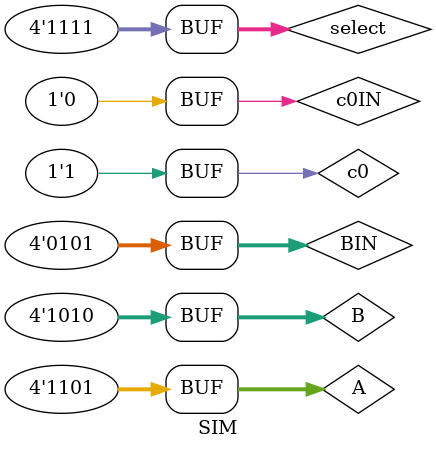
<source format=v>
`timescale 1ns / 1ps


module SIM;
    reg  [3:0] BIN;
    reg        c0IN; //Çø·ÖÊäÈëÓëÒì»òÔËËãºóµÄÊäÈë
    reg  [3:0] A;
    reg  [3:0] B;
    reg        c0;
    reg  [3:0] select;
    wire [3:0] S;
    wire       c4;
    adder u1(A,B,c0,c4,S);
    initial begin
        c0IN=0;
        
        //ÒÔÏÂÎª·ÂÕæµÄÊäÈë
        A=4'b1101;
        BIN=4'b0101;
        select=4'b1111;//1111Îª¼õ·¨Æ÷£¬0000Îª¼Ó·¨Æ÷
        //·ÂÕæÊäÈëÍê±Ï
        
        
        B=BIN ^ select; //Òì»òÔËËãµÄÊµÏÖ
        c0=c0IN | select;
        
    end
endmodule


</source>
